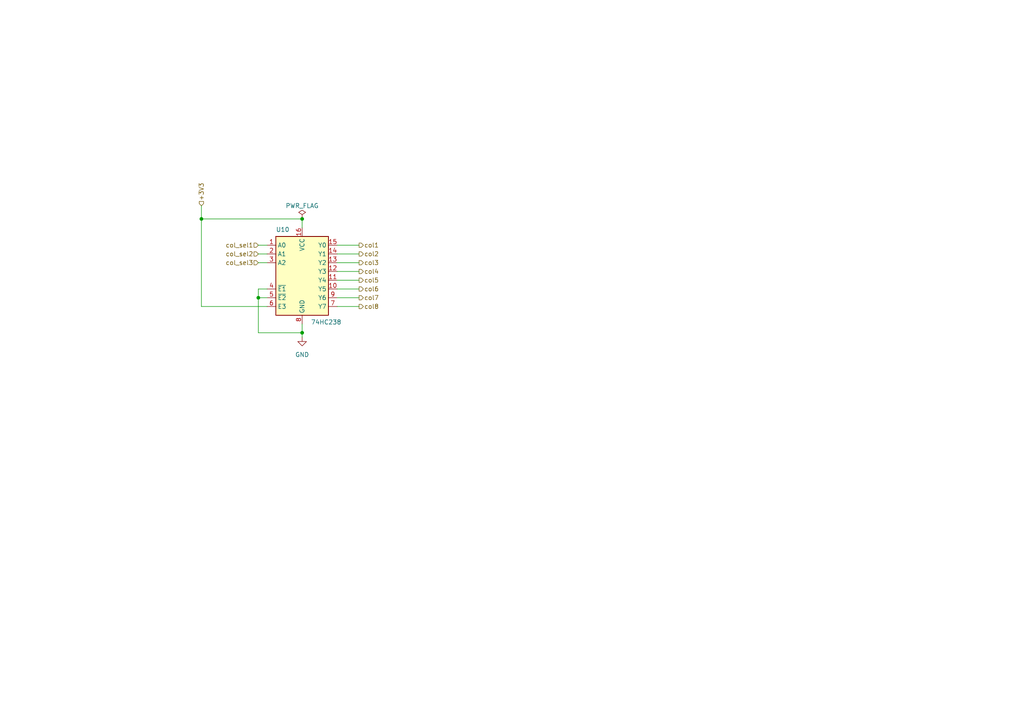
<source format=kicad_sch>
(kicad_sch (version 20230121) (generator eeschema)
  (paper "A4")
  (lib_symbols
    (symbol "74xx:74HC238"
      (property "Reference" "U" (at -7.62 13.97 0))
      (property "Value" "74HC238" (at 2.54 -11.43 0))
      (symbol "74HC238_0_1"
        (rectangle (start -7.62 12.7) (end 7.62 -10.16) (stroke (width 0.254)) (fill (type background)))
      )
      (symbol "74HC238_1_1"
        (pin input line (at -10.16 10.16 0) (length 2.54) (name "A0") (number "1"))
        (pin output line (at 10.16 -2.54 180) (length 2.54) (name "Y5") (number "10"))
        (pin output line (at 10.16 0 180) (length 2.54) (name "Y4") (number "11"))
        (pin output line (at 10.16 2.54 180) (length 2.54) (name "Y3") (number "12"))
        (pin output line (at 10.16 5.08 180) (length 2.54) (name "Y2") (number "13"))
        (pin output line (at 10.16 7.62 180) (length 2.54) (name "Y1") (number "14"))
        (pin output line (at 10.16 10.16 180) (length 2.54) (name "Y0") (number "15"))
        (pin power_in line (at 0 15.24 270) (length 2.54) (name "VCC") (number "16"))
        (pin input line (at -10.16 7.62 0) (length 2.54) (name "A1") (number "2"))
        (pin input line (at -10.16 5.08 0) (length 2.54) (name "A2") (number "3"))
        (pin input line (at -10.16 -2.54 0) (length 2.54) (name "~{E1}") (number "4"))
        (pin input line (at -10.16 -5.08 0) (length 2.54) (name "~{E2}") (number "5"))
        (pin input line (at -10.16 -7.62 0) (length 2.54) (name "E3") (number "6"))
        (pin output line (at 10.16 -7.62 180) (length 2.54) (name "Y7") (number "7"))
        (pin power_in line (at 0 -12.7 90) (length 2.54) (name "GND") (number "8"))
        (pin output line (at 10.16 -5.08 180) (length 2.54) (name "Y6") (number "9"))
      )
    )
    (symbol "power:GND" (power) (pin_names (offset 0))
      (property "Value" "GND" (at 0 -3.81 0))
      (symbol "GND_0_1"
        (polyline (pts (xy 0 0) (xy 0 -1.27) (xy 1.27 -1.27) (xy 0 -2.54) (xy -1.27 -1.27) (xy 0 -1.27)))
      )
      (symbol "GND_1_1"
        (pin power_in line (at 0 0 270) (length 0) hide (name "GND") (number "1"))
      )
    )
    (symbol "power:PWR_FLAG" (power) (pin_numbers hide) (pin_names (offset 0) hide)
      (property "Value" "PWR_FLAG" (at 0 3.81 0))
      (symbol "PWR_FLAG_0_0"
        (pin power_out line (at 0 0 90) (length 0) (name "pwr") (number "1"))
      )
      (symbol "PWR_FLAG_0_1"
        (polyline (pts (xy 0 0) (xy 0 1.27) (xy -1.016 1.905) (xy 0 2.54) (xy 1.016 1.905) (xy 0 1.27)))
      )
    )
  )
  (junction (at 74.93 86.36))
  (junction (at 58.42 63.5))
  (junction (at 87.63 96.52))
  (junction (at 87.63 63.5))
  (wire (pts (xy 104.14 88.9) (xy 97.79 88.9)))
  (wire (pts (xy 74.93 86.36) (xy 74.93 96.52)))
  (wire (pts (xy 97.79 86.36) (xy 104.14 86.36)))
  (wire (pts (xy 58.42 59.69) (xy 58.42 63.5)))
  (wire (pts (xy 58.42 63.5) (xy 58.42 88.9)))
  (wire (pts (xy 74.93 83.82) (xy 77.47 83.82)))
  (wire (pts (xy 97.79 76.2) (xy 104.14 76.2)))
  (wire (pts (xy 97.79 81.28) (xy 104.14 81.28)))
  (wire (pts (xy 97.79 83.82) (xy 104.14 83.82)))
  (wire (pts (xy 87.63 63.5) (xy 87.63 66.04)))
  (wire (pts (xy 74.93 83.82) (xy 74.93 86.36)))
  (wire (pts (xy 74.93 73.66) (xy 77.47 73.66)))
  (wire (pts (xy 74.93 71.12) (xy 77.47 71.12)))
  (wire (pts (xy 74.93 76.2) (xy 77.47 76.2)))
  (wire (pts (xy 87.63 96.52) (xy 87.63 97.79)))
  (wire (pts (xy 87.63 93.98) (xy 87.63 96.52)))
  (wire (pts (xy 97.79 71.12) (xy 104.14 71.12)))
  (wire (pts (xy 74.93 86.36) (xy 77.47 86.36)))
  (wire (pts (xy 74.93 96.52) (xy 87.63 96.52)))
  (wire (pts (xy 97.79 73.66) (xy 104.14 73.66)))
  (wire (pts (xy 97.79 78.74) (xy 104.14 78.74)))
  (wire (pts (xy 58.42 63.5) (xy 87.63 63.5)))
  (wire (pts (xy 58.42 88.9) (xy 77.47 88.9)))
  (hierarchical_label "col6" (shape output) (at 104.14 83.82 0))
  (hierarchical_label "col2" (shape output) (at 104.14 73.66 0))
  (hierarchical_label "col_sel2" (shape input) (at 74.93 73.66 180))
  (hierarchical_label "col_sel3" (shape input) (at 74.93 76.2 180))
  (hierarchical_label "col7" (shape output) (at 104.14 86.36 0))
  (hierarchical_label "+3V3" (shape input) (at 58.42 59.69 90))
  (hierarchical_label "col5" (shape output) (at 104.14 81.28 0))
  (hierarchical_label "col_sel1" (shape input) (at 74.93 71.12 180))
  (hierarchical_label "col1" (shape output) (at 104.14 71.12 0))
  (hierarchical_label "col3" (shape output) (at 104.14 76.2 0))
  (hierarchical_label "col4" (shape output) (at 104.14 78.74 0))
  (hierarchical_label "col8" (shape output) (at 104.14 88.9 0))
  (symbol (lib_id "power:GND") (at 87.63 97.79 0) (unit 1)
    (property "Reference" "#PWR06" (effects hide))
    (property "Value" "GND" (at 87.63 102.87 0))
    (instances (project "led_schematics" (path "" (reference "#PWR06") (unit 1)) (path "" (reference "#PWR015") (unit 1))))
  )
  (symbol (lib_id "power:PWR_FLAG") (at 87.63 63.5 0) (unit 1)
    (property "Reference" "#FLG05" (effects hide))
    (property "Value" "PWR_FLAG" (at 87.63 59.69 0))
  )
  (symbol (lib_id "74xx:74HC238") (at 87.63 81.28 0) (unit 1)
    (property "Reference" "U10" (at 80.01 67.31 0) (effects (justify left bottom)))
    (property "Value" "74HC238" (at 90.17 92.71 0) (effects (justify left top)))
    (property "Datasheet" "https://www.ti.com/lit/ds/symlink/cd74hc238.pdf" (effects hide))
    (instances (project "led_schematics" (path "" (reference "U10") (unit 1)) (path "" (reference "U1") (unit 1))))
  )
)
</source>
